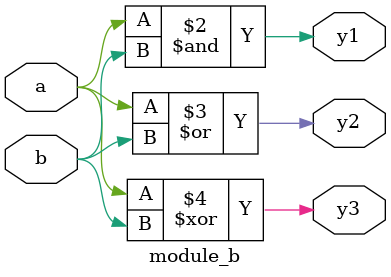
<source format=sv>
module module_b(input logic a,b, output logic y1,y2,y3);

always_comb
begin
y1 = a & b;		//And gate
y2 = a | b;		//Or gate
y3 = a ^ b;		//Xor gate
end

endmodule


</source>
